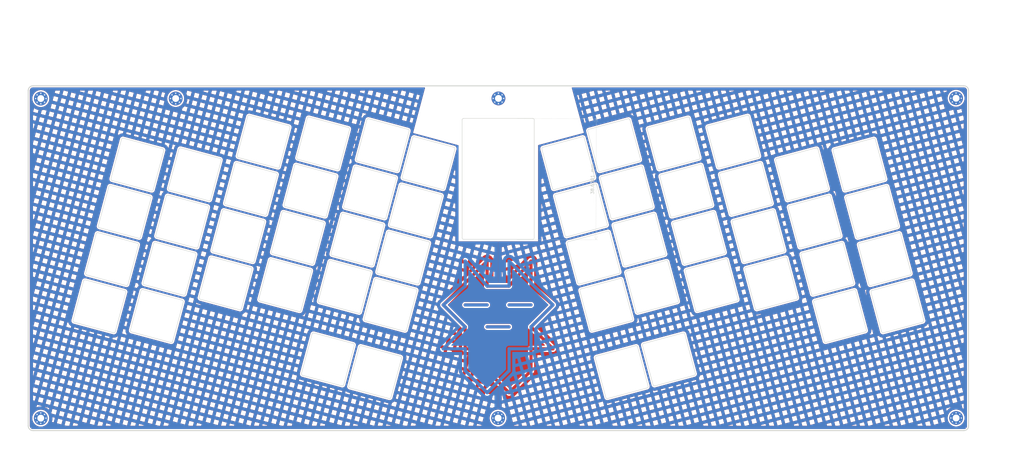
<source format=kicad_pcb>
(kicad_pcb (version 20220131) (generator pcbnew)
  (title_block (title "plate") (rev "v1.0.0") (company "Unknown"))
  (layers (0 "F.Cu" signal) (31 "B.Cu" signal) (34 "B.Paste" user) (35 "F.Paste" user) (36 "B.SilkS" user "B.Silkscreen") (37 "F.SilkS" user "F.Silkscreen") (38 "B.Mask" user) (39 "F.Mask" user) (44 "Edge.Cuts" user))
  (net 0 "")
  (footprint "MountingHole:MountingHole_2.2mm_M2_Pad_Via" (layer "F.Cu") (at 68.49 180.12)
    (fp_text reference "REF**" hide)
    (fp_text value "MountingHole_2.2mm_M2_Pad_Via")
    (pad "1" thru_hole circle (at -1.65 0) (size 0.7 0.7) (drill 0.4) (layers *.Cu *.Mask))
    (pad "1" thru_hole circle (at -1.166726 -1.166726) (size 0.7 0.7) (drill 0.4) (layers *.Cu *.Mask))
    (pad "1" thru_hole circle (at -1.166726 1.166726) (size 0.7 0.7) (drill 0.4) (layers *.Cu *.Mask))
    (pad "1" thru_hole circle (at 0 -1.65) (size 0.7 0.7) (drill 0.4) (layers *.Cu *.Mask))
    (pad "1" thru_hole circle (at 0 0) (size 4.4 4.4) (drill 2.2) (layers *.Cu *.Mask))
    (pad "1" thru_hole circle (at 0 1.65) (size 0.7 0.7) (drill 0.4) (layers *.Cu *.Mask))
    (pad "1" thru_hole circle (at 1.166726 -1.166726) (size 0.7 0.7) (drill 0.4) (layers *.Cu *.Mask))
    (pad "1" thru_hole circle (at 1.166726 1.166726) (size 0.7 0.7) (drill 0.4) (layers *.Cu *.Mask))
    (pad "1" thru_hole circle (at 1.65 0) (size 0.7 0.7) (drill 0.4) (layers *.Cu *.Mask))
  )
  (footprint "MountingHole:MountingHole_2.2mm_M2_Pad_Via" (layer "F.Cu") (at 111.54 78.14)
    (fp_text reference "REF**" hide)
    (fp_text value "MountingHole_2.2mm_M2_Pad_Via")
    (pad "1" thru_hole circle (at -1.65 0) (size 0.7 0.7) (drill 0.4) (layers *.Cu *.Mask))
    (pad "1" thru_hole circle (at -1.166726 -1.166726) (size 0.7 0.7) (drill 0.4) (layers *.Cu *.Mask))
    (pad "1" thru_hole circle (at -1.166726 1.166726) (size 0.7 0.7) (drill 0.4) (layers *.Cu *.Mask))
    (pad "1" thru_hole circle (at 0 -1.65) (size 0.7 0.7) (drill 0.4) (layers *.Cu *.Mask))
    (pad "1" thru_hole circle (at 0 0) (size 4.4 4.4) (drill 2.2) (layers *.Cu *.Mask))
    (pad "1" thru_hole circle (at 0 1.65) (size 0.7 0.7) (drill 0.4) (layers *.Cu *.Mask))
    (pad "1" thru_hole circle (at 1.166726 -1.166726) (size 0.7 0.7) (drill 0.4) (layers *.Cu *.Mask))
    (pad "1" thru_hole circle (at 1.166726 1.166726) (size 0.7 0.7) (drill 0.4) (layers *.Cu *.Mask))
    (pad "1" thru_hole circle (at 1.65 0) (size 0.7 0.7) (drill 0.4) (layers *.Cu *.Mask))
  )
  (footprint "MountingHole:MountingHole_2.2mm_M2_Pad_Via" (layer "F.Cu") (at 68.51 78.15)
    (fp_text reference "REF**" hide)
    (fp_text value "MountingHole_2.2mm_M2_Pad_Via")
    (pad "1" thru_hole circle (at -1.65 0) (size 0.7 0.7) (drill 0.4) (layers *.Cu *.Mask))
    (pad "1" thru_hole circle (at -1.166726 -1.166726) (size 0.7 0.7) (drill 0.4) (layers *.Cu *.Mask))
    (pad "1" thru_hole circle (at -1.166726 1.166726) (size 0.7 0.7) (drill 0.4) (layers *.Cu *.Mask))
    (pad "1" thru_hole circle (at 0 -1.65) (size 0.7 0.7) (drill 0.4) (layers *.Cu *.Mask))
    (pad "1" thru_hole circle (at 0 0) (size 4.4 4.4) (drill 2.2) (layers *.Cu *.Mask))
    (pad "1" thru_hole circle (at 0 1.65) (size 0.7 0.7) (drill 0.4) (layers *.Cu *.Mask))
    (pad "1" thru_hole circle (at 1.166726 -1.166726) (size 0.7 0.7) (drill 0.4) (layers *.Cu *.Mask))
    (pad "1" thru_hole circle (at 1.166726 1.166726) (size 0.7 0.7) (drill 0.4) (layers *.Cu *.Mask))
    (pad "1" thru_hole circle (at 1.65 0) (size 0.7 0.7) (drill 0.4) (layers *.Cu *.Mask))
  )
  (footprint "MountingHole:MountingHole_2.2mm_M2_Pad_Via" (layer "F.Cu") (at 214.4 180.09)
    (fp_text reference "REF**" hide)
    (fp_text value "MountingHole_2.2mm_M2_Pad_Via")
    (pad "1" thru_hole circle (at -1.65 0) (size 0.7 0.7) (drill 0.4) (layers *.Cu *.Mask))
    (pad "1" thru_hole circle (at -1.166726 -1.166726) (size 0.7 0.7) (drill 0.4) (layers *.Cu *.Mask))
    (pad "1" thru_hole circle (at -1.166726 1.166726) (size 0.7 0.7) (drill 0.4) (layers *.Cu *.Mask))
    (pad "1" thru_hole circle (at 0 -1.65) (size 0.7 0.7) (drill 0.4) (layers *.Cu *.Mask))
    (pad "1" thru_hole circle (at 0 0) (size 4.4 4.4) (drill 2.2) (layers *.Cu *.Mask))
    (pad "1" thru_hole circle (at 0 1.65) (size 0.7 0.7) (drill 0.4) (layers *.Cu *.Mask))
    (pad "1" thru_hole circle (at 1.166726 -1.166726) (size 0.7 0.7) (drill 0.4) (layers *.Cu *.Mask))
    (pad "1" thru_hole circle (at 1.166726 1.166726) (size 0.7 0.7) (drill 0.4) (layers *.Cu *.Mask))
    (pad "1" thru_hole circle (at 1.65 0) (size 0.7 0.7) (drill 0.4) (layers *.Cu *.Mask))
  )
  (footprint "MountingHole:MountingHole_2.2mm_M2_Pad_Via" (layer "F.Cu") (at 360.52 180.07)
    (fp_text reference "REF**" hide)
    (fp_text value "MountingHole_2.2mm_M2_Pad_Via")
    (pad "1" thru_hole circle (at -1.65 0) (size 0.7 0.7) (drill 0.4) (layers *.Cu *.Mask))
    (pad "1" thru_hole circle (at -1.166726 -1.166726) (size 0.7 0.7) (drill 0.4) (layers *.Cu *.Mask))
    (pad "1" thru_hole circle (at -1.166726 1.166726) (size 0.7 0.7) (drill 0.4) (layers *.Cu *.Mask))
    (pad "1" thru_hole circle (at 0 -1.65) (size 0.7 0.7) (drill 0.4) (layers *.Cu *.Mask))
    (pad "1" thru_hole circle (at 0 0) (size 4.4 4.4) (drill 2.2) (layers *.Cu *.Mask))
    (pad "1" thru_hole circle (at 0 1.65) (size 0.7 0.7) (drill 0.4) (layers *.Cu *.Mask))
    (pad "1" thru_hole circle (at 1.166726 -1.166726) (size 0.7 0.7) (drill 0.4) (layers *.Cu *.Mask))
    (pad "1" thru_hole circle (at 1.166726 1.166726) (size 0.7 0.7) (drill 0.4) (layers *.Cu *.Mask))
    (pad "1" thru_hole circle (at 1.65 0) (size 0.7 0.7) (drill 0.4) (layers *.Cu *.Mask))
  )
  (footprint "MountingHole:MountingHole_2.2mm_M2_Pad_Via" (layer "F.Cu") (at 214.51 78.11)
    (fp_text reference "REF**" hide)
    (fp_text value "MountingHole_2.2mm_M2_Pad_Via")
    (pad "1" thru_hole circle (at -1.65 0) (size 0.7 0.7) (drill 0.4) (layers *.Cu *.Mask))
    (pad "1" thru_hole circle (at -1.166726 -1.166726) (size 0.7 0.7) (drill 0.4) (layers *.Cu *.Mask))
    (pad "1" thru_hole circle (at -1.166726 1.166726) (size 0.7 0.7) (drill 0.4) (layers *.Cu *.Mask))
    (pad "1" thru_hole circle (at 0 -1.65) (size 0.7 0.7) (drill 0.4) (layers *.Cu *.Mask))
    (pad "1" thru_hole circle (at 0 0) (size 4.4 4.4) (drill 2.2) (layers *.Cu *.Mask))
    (pad "1" thru_hole circle (at 0 1.65) (size 0.7 0.7) (drill 0.4) (layers *.Cu *.Mask))
    (pad "1" thru_hole circle (at 1.166726 -1.166726) (size 0.7 0.7) (drill 0.4) (layers *.Cu *.Mask))
    (pad "1" thru_hole circle (at 1.166726 1.166726) (size 0.7 0.7) (drill 0.4) (layers *.Cu *.Mask))
    (pad "1" thru_hole circle (at 1.65 0) (size 0.7 0.7) (drill 0.4) (layers *.Cu *.Mask))
  )
  (footprint "MountingHole:MountingHole_2.2mm_M2_Pad_Via" (layer "F.Cu") (at 360.51 78.06)
    (fp_text reference "REF**" hide)
    (fp_text value "MountingHole_2.2mm_M2_Pad_Via")
    (pad "1" thru_hole circle (at -1.65 0) (size 0.7 0.7) (drill 0.4) (layers *.Cu *.Mask))
    (pad "1" thru_hole circle (at -1.166726 -1.166726) (size 0.7 0.7) (drill 0.4) (layers *.Cu *.Mask))
    (pad "1" thru_hole circle (at -1.166726 1.166726) (size 0.7 0.7) (drill 0.4) (layers *.Cu *.Mask))
    (pad "1" thru_hole circle (at 0 -1.65) (size 0.7 0.7) (drill 0.4) (layers *.Cu *.Mask))
    (pad "1" thru_hole circle (at 0 0) (size 4.4 4.4) (drill 2.2) (layers *.Cu *.Mask))
    (pad "1" thru_hole circle (at 0 1.65) (size 0.7 0.7) (drill 0.4) (layers *.Cu *.Mask))
    (pad "1" thru_hole circle (at 1.166726 -1.166726) (size 0.7 0.7) (drill 0.4) (layers *.Cu *.Mask))
    (pad "1" thru_hole circle (at 1.166726 1.166726) (size 0.7 0.7) (drill 0.4) (layers *.Cu *.Mask))
    (pad "1" thru_hole circle (at 1.65 0) (size 0.7 0.7) (drill 0.4) (layers *.Cu *.Mask))
  )
  (gr_line (start 210.9 164.99) (end 210.9 157.99) (stroke (width 1)) (layer "F.Cu"))
  (gr_line (start 217.9 171.99) (end 210.9 164.99) (stroke (width 1)) (layer "F.Cu"))
  (gr_line (start 224.9 137.99) (end 231.9 143.99) (stroke (width 1)) (layer "F.Cu"))
  (gr_line (start 210.9 150.99) (end 217.9 150.99) (stroke (width 1)) (layer "F.Cu"))
  (gr_line (start 217.9 137.99) (end 224.9 129.99) (stroke (width 1)) (layer "F.Cu"))
  (gr_line (start 203.9 143.99) (end 210.9 143.99) (stroke (width 1)) (layer "F.Cu"))
  (gr_line (start 217.9 143.99) (end 224.9 143.99) (stroke (width 1)) (layer "F.Cu"))
  (gr_line (start 231.9 157.99) (end 224.9 157.99) (stroke (width 1)) (layer "F.Cu"))
  (gr_line (start 231.9 143.99) (end 224.9 150.99) (stroke (width 1)) (layer "F.Cu"))
  (gr_line (start 210.9 129.99) (end 210.9 137.99) (stroke (width 1)) (layer "F.Cu"))
  (gr_line (start 210.9 137.99) (end 217.9 137.99) (stroke (width 1)) (layer "F.Cu"))
  (gr_line (start 203.9 157.99) (end 203.9 150.99) (stroke (width 1)) (layer "F.Cu"))
  (gr_line (start 210.9 157.99) (end 203.9 157.99) (stroke (width 1)) (layer "F.Cu"))
  (gr_line (start 224.9 164.99) (end 217.9 171.99) (stroke (width 1)) (layer "F.Cu"))
  (gr_line (start 196.9 143.99) (end 210.9 129.99) (stroke (width 1)) (layer "F.Cu"))
  (gr_line (start 224.9 157.99) (end 224.9 164.99) (stroke (width 1)) (layer "F.Cu"))
  (gr_line (start 203.9 150.99) (end 196.9 143.99) (stroke (width 1)) (layer "F.Cu"))
  (gr_line (start 224.9 150.99) (end 231.9 157.99) (stroke (width 1)) (layer "F.Cu"))
  (gr_line (start 224.9 129.99) (end 224.9 137.99) (stroke (width 1)) (layer "F.Cu"))
  (gr_line (start 224.9 157.99) (end 217.9 157.99) (stroke (width 1)) (layer "B.Cu"))
  (gr_line (start 231.9 143.99) (end 224.9 150.99) (stroke (width 1)) (layer "B.Cu"))
  (gr_line (start 217.9 137.99) (end 217.9 129.99) (stroke (width 1)) (layer "B.Cu"))
  (gr_line (start 196.9 157.99) (end 203.9 150.99) (stroke (width 1)) (layer "B.Cu"))
  (gr_line (start 203.9 129.99) (end 210.9 137.99) (stroke (width 1)) (layer "B.Cu"))
  (gr_line (start 217.9 137.99) (end 217.9 129.99) (stroke (width 1)) (layer "B.Cu"))
  (gr_line (start 210.9 150.99) (end 217.9 150.99) (stroke (width 1)) (layer "B.Cu"))
  (gr_line (start 210.9 143.99) (end 203.9 143.99) (stroke (width 1)) (layer "B.Cu"))
  (gr_line (start 210.9 171.99) (end 203.9 164.99) (stroke (width 1)) (layer "B.Cu"))
  (gr_line (start 196.9 143.99) (end 203.9 137.99) (stroke (width 1)) (layer "B.Cu"))
  (gr_line (start 210.9 137.99) (end 217.9 137.99) (stroke (width 1)) (layer "B.Cu"))
  (gr_line (start 224.9 150.99) (end 224.9 157.99) (stroke (width 1)) (layer "B.Cu"))
  (gr_line (start 203.9 137.99) (end 203.9 129.99) (stroke (width 1)) (layer "B.Cu"))
  (gr_line (start 217.9 129.99) (end 231.9 143.99) (stroke (width 1)) (layer "B.Cu"))
  (gr_line (start 217.9 157.99) (end 217.9 164.99) (stroke (width 1)) (layer "B.Cu"))
  (gr_line (start 203.9 150.99) (end 196.9 143.99) (stroke (width 1)) (layer "B.Cu"))
  (gr_line (start 217.9 164.99) (end 210.9 171.99) (stroke (width 1)) (layer "B.Cu"))
  (gr_line (start 203.9 164.99) (end 203.9 157.99) (stroke (width 1)) (layer "B.Cu"))
  (gr_line (start 217.9 143.99) (end 224.9 143.99) (stroke (width 1)) (layer "B.Cu"))
  (gr_line (start 203.9 157.99) (end 196.9 157.99) (stroke (width 1)) (layer "B.Cu"))
  (gr_arc (start 338.189681 105.8576) (mid 338.56909 105.90755) (end 338.802053 106.211152) (stroke (width 0.15)) (layer "Edge.Cuts"))
  (gr_arc (start 329.256112 122.745208) (mid 328.876702 122.695258) (end 328.643739 122.391655) (stroke (width 0.15)) (layer "Edge.Cuts"))
  (gr_arc (start 127.454121 112.053163) (mid 127.150518 111.8202) (end 127.100567 111.440791) (stroke (width 0.15)) (layer "Edge.Cuts"))
  (gr_line (start 249.364524 173.864521) (end 261.921559 170.499873) (stroke (width 0.15)) (layer "Edge.Cuts"))
  (gr_line (start 245.30166 105.382603) (end 232.744625 108.74725) (stroke (width 0.15)) (layer "Edge.Cuts"))
  (gr_arc (start 362.99934 74.09066) (mid 364.06 74.53) (end 364.49934 75.59066) (stroke (width 0.3)) (layer "Edge.Cuts"))
  (gr_arc (start 192.216477 123.815693) (mid 192.52008 124.048656) (end 192.570031 124.428065) (stroke (width 0.15)) (layer "Edge.Cuts"))
  (gr_line (start 346.204278 133.836631) (end 342.839631 121.279595) (stroke (width 0.15)) (layer "Edge.Cuts"))
  (gr_line (start 154.56143 132.593962) (end 142.004394 129.229314) (stroke (width 0.15)) (layer "Edge.Cuts"))
  (gr_line (start 236.368091 122.270212) (end 248.925127 118.905564) (stroke (width 0.15)) (layer "Edge.Cuts"))
  (gr_line (start 309.973266 141.577677) (end 306.608619 129.020641) (stroke (width 0.15)) (layer "Edge.Cuts"))
  (gr_arc (start 159.62549 115.626484) (mid 159.392527 115.930087) (end 159.013118 115.980038) (stroke (width 0.15)) (layer "Edge.Cuts"))
  (gr_arc (start 162.636584 102.457076) (mid 162.940187 102.690039) (end 162.990138 103.069448) (stroke (width 0.15)) (layer "Edge.Cuts"))
  (gr_arc (start 245.387504 160.953932) (mid 245.437454 160.574522) (end 245.741057 160.341559) (stroke (width 0.15)) (layer "Edge.Cuts"))
  (gr_line (start 286.933728 127.071461) (end 283.569081 114.514425) (stroke (width 0.15)) (layer "Edge.Cuts"))
  (gr_line (start 263.954747 114.723098) (end 251.397711 118.087746) (stroke (width 0.15)) (layer "Edge.Cuts"))
  (gr_line (start 319.008705 155.979876) (end 331.565741 152.615229) (stroke (width 0.15)) (layer "Edge.Cuts"))
  (gr_line (start 289.04808 117.575665) (end 292.412728 130.1327) (stroke (width 0.15)) (layer "Edge.Cuts"))
  (gr_arc (start 225.919005 122.556181) (mid 225.780606 122.920991) (end 225.42 123.07) (stroke (width 0.15)) (layer "Edge.Cuts"))
  (gr_arc (start 259.91717 99.654655) (mid 260.296579 99.704606) (end 260.529542 100.008209) (stroke (width 0.15)) (layer "Edge.Cuts"))
  (gr_arc (start 250.9836 116.542265) (mid 250.604191 116.492314) (end 250.371228 116.188711) (stroke (width 0.15)) (layer "Edge.Cuts"))
  (gr_line (start 136.585952 130.1327) (end 139.950599 117.575665) (stroke (width 0.15)) (layer "Edge.Cuts"))
  (gr_arc (start 262.275112 169.887502) (mid 262.225162 170.266911) (end 261.921559 170.499873) (stroke (width 0.15)) (layer "Edge.Cuts"))
  (gr_arc (start 342.166701 118.768188) (mid 342.116751 119.147598) (end 341.813148 119.380561) (stroke (width 0.15)) (layer "Edge.Cuts"))
  (gr_arc (start 179.04707 120.804598) (mid 179.280033 120.500996) (end 179.659442 120.451046) (stroke (width 0.15)) (layer "Edge.Cuts"))
  (gr_line (start 121.688595 112.320029) (end 109.131559 108.955381) (stroke (width 0.15)) (layer "Edge.Cuts"))
  (gr_arc (start 131.491697 96.984721) (mid 131.188094 96.751758) (end 131.138144 96.372348) (stroke (width 0.15)) (layer "Edge.Cuts"))
  (gr_arc (start 236.368091 122.270212) (mid 235.988682 122.220261) (end 235.755719 121.916658) (stroke (width 0.15)) (layer "Edge.Cuts"))
  (gr_line (start 127.454121 112.053163) (end 140.011157 115.417811) (stroke (width 0.15)) (layer "Edge.Cuts"))
  (gr_line (start 138.380928 142.752276) (end 150.937963 146.116923) (stroke (width 0.15)) (layer "Edge.Cuts"))
  (gr_arc (start 155.019771 153.292888) (mid 155.252734 152.989285) (end 155.632144 152.939335) (stroke (width 0.15)) (layer "Edge.Cuts"))
  (gr_arc (start 176.035976 133.974007) (mid 175.732373 133.741044) (end 175.682422 133.361635) (stroke (width 0.15)) (layer "Edge.Cuts"))
  (gr_line (start 172.506714 84.939766) (end 169.142067 97.496802) (stroke (width 0.15)) (layer "Edge.Cuts"))
  (gr_line (start 160.393983 130.145095) (end 157.029335 142.70213) (stroke (width 0.15)) (layer "Edge.Cuts"))
  (gr_line (start 169.49562 98.109174) (end 182.052656 101.473822) (stroke (width 0.15)) (layer "Edge.Cuts"))
  (gr_line (start 255.081735 133.768561) (end 258.446382 146.325597) (stroke (width 0.15)) (layer "Edge.Cuts"))
  (gr_line (start 290.971305 142.139904) (end 287.606658 129.582868) (stroke (width 0.15)) (layer "Edge.Cuts"))
  (gr_line (start 342.166701 118.768188) (end 338.802053 106.211152) (stroke (width 0.15)) (layer "Edge.Cuts"))
  (gr_line (start 250.983601 116.542265) (end 263.540636 113.177617) (stroke (width 0.15)) (layer "Edge.Cuts"))
  (gr_arc (start 228.353494 94.291179) (mid 228.403445 93.91177) (end 228.707048 93.678807) (stroke (width 0.15)) (layer "Edge.Cuts"))
  (gr_line (start 118.677501 125.489437) (end 122.042149 112.932401) (stroke (width 0.15)) (layer "Edge.Cuts"))
  (gr_arc (start 113.613442 142.456915) (mid 113.917044 142.689878) (end 113.966994 143.069287) (stroke (width 0.15)) (layer "Edge.Cuts"))
  (gr_line (start 140.623529 115.064257) (end 143.988176 102.507222) (stroke (width 0.15)) (layer "Edge.Cuts"))
  (gr_line (start 173.563391 133.156189) (end 161.006355 129.791541) (stroke (width 0.15)) (layer "Edge.Cuts"))
  (gr_line (start 277.343556 165.849924) (end 273.978908 153.292888) (stroke (width 0.15)) (layer "Edge.Cuts"))
  (gr_line (start 168.469137 100.008209) (end 165.10449 112.565245) (stroke (width 0.15)) (layer "Edge.Cuts"))
  (gr_arc (start 138.380928 142.752276) (mid 138.077325 142.519313) (end 138.027374 142.139904) (stroke (width 0.15)) (layer "Edge.Cuts"))
  (gr_arc (start 327.942274 139.092267) (mid 328.321684 139.142217) (end 328.554647 139.44582) (stroke (width 0.15)) (layer "Edge.Cuts"))
  (gr_line (start 183.257622 160.341559) (end 170.700586 156.976912) (stroke (width 0.15)) (layer "Edge.Cuts"))
  (gr_arc (start 278.060715 146.116923) (mid 277.681306 146.066973) (end 277.448344 145.76337) (stroke (width 0.15)) (layer "Edge.Cuts"))
  (gr_line (start 144.661106 99.995815) (end 148.025754 87.438779) (stroke (width 0.15)) (layer "Edge.Cuts"))
  (gr_arc (start 251.044158 118.700119) (mid 251.094108 118.320709) (end 251.397711 118.087746) (stroke (width 0.15)) (layer "Edge.Cuts"))
  (gr_arc (start 141.392022 129.582868) (mid 141.624985 129.279265) (end 142.004394 129.229314) (stroke (width 0.15)) (layer "Edge.Cuts"))
  (gr_arc (start 188.1789 138.884136) (mid 188.482503 139.117099) (end 188.532454 139.496508) (stroke (width 0.15)) (layer "Edge.Cuts"))
  (gr_line (start 329.256112 122.745208) (end 341.813148 119.380561) (stroke (width 0.15)) (layer "Edge.Cuts"))
  (gr_arc (start 79.110378 149.517446) (mid 78.806775 149.284483) (end 78.756824 148.905074) (stroke (width 0.15)) (layer "Edge.Cuts"))
  (gr_arc (start 149.467177 99.445982) (mid 149.700139 99.142379) (end 150.079548 99.092429) (stroke (width 0.15)) (layer "Edge.Cuts"))
  (gr_line (start 79.110378 149.517446) (end 91.667413 152.882094) (stroke (width 0.15)) (layer "Edge.Cuts"))
  (gr_arc (start 337.331265 152.882093) (mid 336.951856 152.832143) (end 336.718894 152.52854) (stroke (width 0.15)) (layer "Edge.Cuts"))
  (gr_arc (start 245.30166 105.382603) (mid 245.68107 105.432553) (end 245.914033 105.736156) (stroke (width 0.15)) (layer "Edge.Cuts"))
  (gr_arc (start 240.466225 139.496508) (mid 240.516176 139.117099) (end 240.819779 138.884136) (stroke (width 0.15)) (layer "Edge.Cuts"))
  (gr_line (start 94.234203 91.14271) (end 90.869556 103.699745) (stroke (width 0.15)) (layer "Edge.Cuts"))
  (gr_line (start 95.29088 139.359132) (end 82.733844 135.994485) (stroke (width 0.15)) (layer "Edge.Cuts"))
  (gr_line (start 159.62549 115.626484) (end 162.990138 103.069448) (stroke (width 0.15)) (layer "Edge.Cuts"))
  (gr_arc (start 97.432938 152.615229) (mid 97.129335 152.382266) (end 97.079385 152.002856) (stroke (width 0.15)) (layer "Edge.Cuts"))
  (gr_line (start 82.121472 136.348038) (end 78.756824 148.905074) (stroke (width 0.15)) (layer "Edge.Cuts"))
  (gr_arc (start 319.86712 108.955381) (mid 320.246529 109.005332) (end 320.479492 109.308935) (stroke (width 0.15)) (layer "Edge.Cuts"))
  (gr_line (start 166.674161 87.388633) (end 154.117125 84.023986) (stroke (width 0.15)) (layer "Edge.Cuts"))
  (gr_arc (start 310.994109 128.000844) (mid 311.044059 127.621435) (end 311.347661 127.388472) (stroke (width 0.15)) (layer "Edge.Cuts"))
  (gr_line (start 175.009492 135.873042) (end 171.644845 148.430078) (stroke (width 0.15)) (layer "Edge.Cuts"))
  (gr_arc (start 178.627451 116.188711) (mid 178.394488 116.492314) (end 178.015079 116.542265) (stroke (width 0.15)) (layer "Edge.Cuts"))
  (gr_line (start 259.058755 146.67915) (end 271.615791 143.314503) (stroke (width 0.15)) (layer "Edge.Cuts"))
  (gr_arc (start 117.651019 127.388471) (mid 117.954622 127.621434) (end 118.004572 128.000844) (stroke (width 0.15)) (layer "Edge.Cuts"))
  (gr_line (start 284.949946 100.349368) (end 297.506982 96.98472) (stroke (width 0.15)) (layer "Edge.Cuts"))
  (gr_arc (start 249.339238 120.451045) (mid 249.718647 120.500996) (end 249.95161 120.804599) (stroke (width 0.15)) (layer "Edge.Cuts"))
  (gr_line (start 109.54567 107.4099) (end 122.102706 110.774547) (stroke (width 0.15)) (layer "Edge.Cuts"))
  (gr_line (start 188.178901 138.884136) (end 175.621865 135.519488) (stroke (width 0.15)) (layer "Edge.Cuts"))
  (gr_line (start 225.42 123.07) (end 203.43 123.07) (stroke (width 0.15)) (layer "Edge.Cuts"))
  (gr_arc (start 136.585952 130.132701) (mid 136.352989 130.436304) (end 135.973579 130.486254) (stroke (width 0.15)) (layer "Edge.Cuts"))
  (gr_line (start 183.084647 105.736156) (end 179.719999 118.293192) (stroke (width 0.15)) (layer "Edge.Cuts"))
  (gr_line (start 150.493659 97.546947) (end 163.050695 100.911595) (stroke (width 0.15)) (layer "Edge.Cuts"))
  (gr_arc (start 260.455947 156.916355) (mid 260.505897 156.536945) (end 260.8095 156.303982) (stroke (width 0.15)) (layer "Edge.Cuts"))
  (gr_arc (start 157.382888 143.314503) (mid 157.079285 143.08154) (end 157.029335 142.70213) (stroke (width 0.15)) (layer "Edge.Cuts"))
  (gr_line (start 259.856613 97.496802) (end 256.491965 84.939766) (stroke (width 0.15)) (layer "Edge.Cuts"))
  (gr_line (start 130.465215 98.883755) (end 127.100567 111.440791) (stroke (width 0.15)) (layer "Edge.Cuts"))
  (gr_line (start 315.829543 93.886938) (end 303.272507 97.251586) (stroke (width 0.15)) (layer "Edge.Cuts"))
  (gr_line (start 170.088214 157.330465) (end 166.723567 169.887501) (stroke (width 0.15)) (layer "Edge.Cuts"))
  (gr_line (start 101.470516 137.546786) (end 114.027552 140.911433) (stroke (width 0.15)) (layer "Edge.Cuts"))
  (gr_arc (start 331.919294 152.002856) (mid 331.869344 152.382266) (end 331.565741 152.615229) (stroke (width 0.15)) (layer "Edge.Cuts"))
  (gr_line (start 179.047069 120.804599) (end 175.682422 133.361635) (stroke (width 0.15)) (layer "Edge.Cuts"))
  (gr_line (start 161.420466 128.24606) (end 173.977502 131.610707) (stroke (width 0.15)) (layer "Edge.Cuts"))
  (gr_arc (start 293.883515 83.46176) (mid 294.262924 83.51171) (end 294.495887 83.815312) (stroke (width 0.15)) (layer "Edge.Cuts"))
  (gr_arc (start 278.858574 96.934575) (mid 278.808623 97.313984) (end 278.50502 97.546947) (stroke (width 0.15)) (layer "Edge.Cuts"))
  (gr_line (start 86.159049 121.279595) (end 82.794401 133.836631) (stroke (width 0.15)) (layer "Edge.Cuts"))
  (gr_arc (start 329.316669 124.903062) (mid 329.366619 124.523652) (end 329.670222 124.290689) (stroke (width 0.15)) (layer "Edge.Cuts"))
  (gr_arc (start 64.50066 75.59066) (mid 64.94 74.53) (end 66.00066 74.09066) (stroke (width 0.3)) (layer "Edge.Cuts"))
  (gr_line (start 278.919131 99.092429) (end 266.362095 102.457076) (stroke (width 0.15)) (layer "Edge.Cuts"))
  (gr_line (start 134.502792 83.815312) (end 131.138144 96.372348) (stroke (width 0.15)) (layer "Edge.Cuts"))
  (gr_arc (start 87.185531 119.380561) (mid 86.881928 119.147598) (end 86.831978 118.768188) (stroke (width 0.15)) (layer "Edge.Cuts"))
  (gr_line (start 333.354246 139.971505) (end 336.718894 152.52854) (stroke (width 0.15)) (layer "Edge.Cuts"))
  (gr_line (start 282.956708 114.160871) (end 270.399672 117.525519) (stroke (width 0.15)) (layer "Edge.Cuts"))
  (gr_arc (start 110.602347 155.626322) (mid 110.369384 155.929925) (end 109.989975 155.979876) (stroke (width 0.15)) (layer "Edge.Cuts"))
  (gr_line (start 288.987523 115.417811) (end 301.544559 112.053163) (stroke (width 0.15)) (layer "Edge.Cuts"))
  (gr_arc (start 266.008542 103.069449) (mid 266.058492 102.690039) (end 266.362095 102.457076) (stroke (width 0.15)) (layer "Edge.Cuts"))
  (gr_line (start 334.152104 90.789156) (end 321.595068 94.153804) (stroke (width 0.15)) (layer "Edge.Cuts"))
  (gr_line (start 337.331266 152.882094) (end 349.888302 149.517446) (stroke (width 0.15)) (layer "Edge.Cuts"))
  (gr_arc (start 246.946023 101.473822) (mid 246.566614 101.423871) (end 246.333651 101.120268) (stroke (width 0.15)) (layer "Edge.Cuts"))
  (gr_arc (start 323.904697 124.023825) (mid 324.284106 124.073775) (end 324.517069 124.377377) (stroke (width 0.15)) (layer "Edge.Cuts"))
  (gr_line (start 90.196626 106.211152) (end 86.831978 118.768188) (stroke (width 0.15)) (layer "Edge.Cuts"))
  (gr_arc (start 325.218535 107.676765) (mid 324.839125 107.626815) (end 324.606162 107.323212) (stroke (width 0.15)) (layer "Edge.Cuts"))
  (gr_line (start 153.504753 84.377539) (end 150.140106 96.934575) (stroke (width 0.15)) (layer "Edge.Cuts"))
  (gr_arc (start 165.458043 113.177616) (mid 165.15444 112.944654) (end 165.10449 112.565245) (stroke (width 0.15)) (layer "Edge.Cuts"))
  (gr_line (start 278.060716 146.116923) (end 290.617752 142.752276) (stroke (width 0.15)) (layer "Edge.Cuts"))
  (gr_line (start 285.010503 102.507222) (end 288.37515 115.064257) (stroke (width 0.15)) (layer "Edge.Cuts"))
  (gr_line (start 255.021178 131.610707) (end 267.578214 128.24606) (stroke (width 0.15)) (layer "Edge.Cuts"))
  (gr_line (start 122.390061 129.020641) (end 119.025413 141.577677) (stroke (width 0.15)) (layer "Edge.Cuts"))
  (gr_arc (start 107.403611 94.153804) (mid 107.707214 94.386767) (end 107.757165 94.766176) (stroke (width 0.15)) (layer "Edge.Cuts"))
  (gr_line (start 314.971128 140.911433) (end 327.528164 137.546786) (stroke (width 0.15)) (layer "Edge.Cuts"))
  (gr_line (start 64.50066 75.59066) (end 64.50066 182.58934) (stroke (width 0.3)) (layer "Edge.Cuts"))
  (gr_arc (start 325.279093 109.834619) (mid 325.329043 109.45521) (end 325.632645 109.222247) (stroke (width 0.15)) (layer "Edge.Cuts"))
  (gr_line (start 152.008677 166.462296) (end 164.565713 169.826944) (stroke (width 0.15)) (layer "Edge.Cuts"))
  (gr_line (start 327.881717 136.934413) (end 324.517069 124.377377) (stroke (width 0.15)) (layer "Edge.Cuts"))
  (gr_line (start 253.376815 135.519488) (end 240.819779 138.884136) (stroke (width 0.15)) (layer "Edge.Cuts"))
  (gr_arc (start 197.280538 106.848216) (mid 197.047575 107.151819) (end 196.668165 107.201769) (stroke (width 0.15)) (layer "Edge.Cuts"))
  (gr_arc (start 145.429599 114.514425) (mid 145.662562 114.210822) (end 146.041971 114.160871) (stroke (width 0.15)) (layer "Edge.Cuts"))
  (gr_line (start 310.994108 128.000844) (end 314.358755 140.55788) (stroke (width 0.15)) (layer "Edge.Cuts"))
  (gr_arc (start 297.062677 145.554697) (mid 296.683268 145.504746) (end 296.450305 145.201143) (stroke (width 0.15)) (layer "Edge.Cuts"))
  (gr_arc (start 284.949946 100.349368) (mid 284.570536 100.299418) (end 284.337573 99.995815) (stroke (width 0.15)) (layer "Edge.Cuts"))
  (gr_line (start 157.382889 143.314503) (end 169.939925 146.67915) (stroke (width 0.15)) (layer "Edge.Cuts"))
  (gr_line (start 286.994285 129.229314) (end 274.437249 132.593962) (stroke (width 0.15)) (layer "Edge.Cuts"))
  (gr_arc (start 342.227258 120.926042) (mid 342.606668 120.975992) (end 342.839631 121.279595) (stroke (width 0.15)) (layer "Edge.Cuts"))
  (gr_arc (start 301.958669 113.598645) (mid 302.338079 113.648595) (end 302.571042 113.952198) (stroke (width 0.15)) (layer "Edge.Cuts"))
  (gr_line (start 242.969004 88.563232) (end 246.333651 101.120268) (stroke (width 0.15)) (layer "Edge.Cuts"))
  (gr_arc (start 297.860534 96.372348) (mid 297.810584 96.751757) (end 297.506982 96.98472) (stroke (width 0.15)) (layer "Edge.Cuts"))
  (gr_line (start 269.985562 115.980038) (end 282.542598 112.61539) (stroke (width 0.15)) (layer "Edge.Cuts"))
  (gr_line (start 240.405668 137.338655) (end 252.962704 133.974007) (stroke (width 0.15)) (layer "Edge.Cuts"))
  (gr_arc (start 154.561429 132.593962) (mid 154.865032 132.826925) (end 154.914983 133.206334) (stroke (width 0.15)) (layer "Edge.Cuts"))
  (gr_line (start 97.432939 152.615229) (end 109.989975 155.979876) (stroke (width 0.15)) (layer "Edge.Cuts"))
  (gr_arc (start 257.353835 148.430078) (mid 257.303884 148.809487) (end 257.000281 149.04245) (stroke (width 0.15)) (layer "Edge.Cuts"))
  (gr_arc (start 264.432966 169.826944) (mid 264.053557 169.776993) (end 263.820594 169.47339) (stroke (width 0.15)) (layer "Edge.Cuts"))
  (gr_arc (start 333.293689 137.813651) (mid 332.914279 137.763701) (end 332.681316 137.460098) (stroke (width 0.15)) (layer "Edge.Cuts"))
  (gr_line (start 185.676122 87.95086) (end 173.119087 84.586213) (stroke (width 0.15)) (layer "Edge.Cuts"))
  (gr_line (start 117.651018 127.388472) (end 105.093982 124.023824) (stroke (width 0.15)) (layer "Edge.Cuts"))
  (gr_line (start 329.316669 124.903062) (end 332.681316 137.460098) (stroke (width 0.15)) (layer "Edge.Cuts"))
  (gr_line (start 321.241515 94.766176) (end 324.606162 107.323212) (stroke (width 0.15)) (layer "Edge.Cuts"))
  (gr_line (start 327.942274 139.092267) (end 315.385238 142.456914) (stroke (width 0.15)) (layer "Edge.Cuts"))
  (gr_arc (start 170.088214 157.330466) (mid 170.321177 157.026863) (end 170.700586 156.976912) (stroke (width 0.15)) (layer "Edge.Cuts"))
  (gr_line (start 197.280538 106.848216) (end 200.645185 94.29118) (stroke (width 0.15)) (layer "Edge.Cuts"))
  (gr_line (start 264.432967 169.826944) (end 276.990002 166.462296) (stroke (width 0.15)) (layer "Edge.Cuts"))
  (gr_arc (start 255.021178 131.610707) (mid 254.641768 131.560757) (end 254.408805 131.257154) (stroke (width 0.15)) (layer "Edge.Cuts"))
  (gr_line (start 362.99934 74.09066) (end 66.00066 74.09066) (stroke (width 0.3)) (layer "Edge.Cuts"))
  (gr_arc (start 274.881553 84.023986) (mid 275.260963 84.073936) (end 275.493926 84.377539) (stroke (width 0.15)) (layer "Edge.Cuts"))
  (gr_arc (start 282.896151 112.003017) (mid 282.846201 112.382427) (end 282.542598 112.61539) (stroke (width 0.15)) (layer "Edge.Cuts"))
  (gr_arc (start 270.046119 118.137892) (mid 270.096069 117.758482) (end 270.399672 117.525519) (stroke (width 0.15)) (layer "Edge.Cuts"))
  (gr_line (start 99.328457 124.290689) (end 86.771421 120.926042) (stroke (width 0.15)) (layer "Edge.Cuts"))
  (gr_arc (start 193.242961 121.916659) (mid 193.009998 122.220262) (end 192.630588 122.270212) (stroke (width 0.15)) (layer "Edge.Cuts"))
  (gr_line (start 255.879593 84.586213) (end 243.322557 87.95086) (stroke (width 0.15)) (layer "Edge.Cuts"))
  (gr_line (start 112.556764 94.240492) (end 109.192117 106.797527) (stroke (width 0.15)) (layer "Edge.Cuts"))
  (gr_line (start 325.218535 107.676765) (end 337.77557 104.312118) (stroke (width 0.15)) (layer "Edge.Cuts"))
  (gr_arc (start 305.935689 126.509233) (mid 305.885739 126.888643) (end 305.582136 127.121606) (stroke (width 0.15)) (layer "Edge.Cuts"))
  (gr_arc (start 236.428648 124.428065) (mid 236.478599 124.048656) (end 236.782202 123.815693) (stroke (width 0.15)) (layer "Edge.Cuts"))
  (gr_line (start 107.403611 94.153804) (end 94.846575 90.789156) (stroke (width 0.15)) (layer "Edge.Cuts"))
  (gr_line (start 245.387504 160.953932) (end 248.752151 173.510968) (stroke (width 0.15)) (layer "Edge.Cuts"))
  (gr_line (start 110.602347 155.626323) (end 113.966994 143.069287) (stroke (width 0.15)) (layer "Edge.Cuts"))
  (gr_arc (start 187.122224 90.667714) (mid 187.355187 90.364111) (end 187.734596 90.31416) (stroke (width 0.15)) (layer "Edge.Cuts"))
  (gr_arc (start 125.726172 97.251586) (mid 126.029775 97.484549) (end 126.079726 97.863958) (stroke (width 0.15)) (layer "Edge.Cuts"))
  (gr_arc (start 196.254055 108.74725) (mid 196.557658 108.980213) (end 196.607608 109.359623) (stroke (width 0.15)) (layer "Edge.Cuts"))
  (gr_line (start 105.508093 122.478343) (end 118.065129 125.84299) (stroke (width 0.15)) (layer "Edge.Cuts"))
  (gr_line (start 274.023139 131.048481) (end 286.580175 127.683833) (stroke (width 0.15)) (layer "Edge.Cuts"))
  (gr_line (start 104.48161 124.377377) (end 101.116962 136.934413) (stroke (width 0.15)) (layer "Edge.Cuts"))
  (gr_line (start 202.918267 84.970901) (end 202.92 122.57) (stroke (width 0.15)) (layer "Edge.Cuts"))
  (gr_line (start 225.446181 84.498077) (end 203.38 84.498077) (stroke (width 0.15)) (layer "Edge.Cuts"))
  (gr_arc (start 245.241102 103.224749) (mid 245.191152 103.604158) (end 244.88755 103.837121) (stroke (width 0.15)) (layer "Edge.Cuts"))
  (gr_arc (start 338.129124 103.699746) (mid 338.079173 104.079155) (end 337.77557 104.312118) (stroke (width 0.15)) (layer "Edge.Cuts"))
  (gr_line (start 114.639924 140.55788) (end 118.004572 128.000844) (stroke (width 0.15)) (layer "Edge.Cuts"))
  (gr_arc (start 364.49868 182.58868) (mid 364.05934 183.64934) (end 362.99868 184.08868) (stroke (width 0.3)) (layer "Edge.Cuts"))
  (gr_line (start 267.931767 127.633687) (end 264.567119 115.076652) (stroke (width 0.15)) (layer "Edge.Cuts"))
  (gr_line (start 164.43156 115.076652) (end 161.066912 127.633687) (stroke (width 0.15)) (layer "Edge.Cuts"))
  (gr_line (start 245.241103 103.224749) (end 241.876456 90.667713) (stroke (width 0.15)) (layer "Edge.Cuts"))
  (gr_line (start 301.898112 111.440791) (end 298.533465 98.883755) (stroke (width 0.15)) (layer "Edge.Cuts"))
  (gr_arc (start 269.985561 115.980038) (mid 269.606152 115.930087) (end 269.373189 115.626484) (stroke (width 0.15)) (layer "Edge.Cuts"))
  (gr_line (start 301.958669 113.598645) (end 289.401633 116.963292) (stroke (width 0.15)) (layer "Edge.Cuts"))
  (gr_line (start 232.391071 109.359623) (end 235.755719 121.916658) (stroke (width 0.15)) (layer "Edge.Cuts"))
  (gr_line (start 165.458043 113.177617) (end 178.015079 116.542265) (stroke (width 0.15)) (layer "Edge.Cuts"))
  (gr_arc (start 258.298092 156.976912) (mid 258.677502 157.026862) (end 258.910465 157.330465) (stroke (width 0.15)) (layer "Edge.Cuts"))
  (gr_arc (start 82.121472 136.348039) (mid 82.354435 136.044436) (end 82.733844 135.994485) (stroke (width 0.15)) (layer "Edge.Cuts"))
  (gr_arc (start 105.508092 122.478342) (mid 105.20449 122.245379) (end 105.15454 121.86597) (stroke (width 0.15)) (layer "Edge.Cuts"))
  (gr_line (start 143.634623 101.894849) (end 131.077587 98.530202) (stroke (width 0.15)) (layer "Edge.Cuts"))
  (gr_arc (start 280.972926 87.438779) (mid 281.022876 87.059369) (end 281.326479 86.826406) (stroke (width 0.15)) (layer "Edge.Cuts"))
  (gr_arc (start 319.806563 106.797528) (mid 319.756612 107.176937) (end 319.453009 107.4099) (stroke (width 0.15)) (layer "Edge.Cuts"))
  (gr_arc (start 123.416544 127.121606) (mid 123.112941 126.888643) (end 123.06299 126.509234) (stroke (width 0.15)) (layer "Edge.Cuts"))
  (gr_arc (start 104.48161 124.377378) (mid 104.714573 124.073775) (end 105.093982 124.023824) (stroke (width 0.15)) (layer "Edge.Cuts"))
  (gr_arc (start 314.971128 140.911433) (mid 314.591718 140.861483) (end 314.358755 140.55788) (stroke (width 0.15)) (layer "Edge.Cuts"))
  (gr_arc (start 323.84414 121.865971) (mid 323.794189 122.24538) (end 323.490586 122.478343) (stroke (width 0.15)) (layer "Edge.Cuts"))
  (gr_arc (start 321.241515 94.766177) (mid 321.291465 94.386767) (end 321.595068 94.153804) (stroke (width 0.15)) (layer "Edge.Cuts"))
  (gr_arc (start 91.223108 104.312117) (mid 90.919506 104.079154) (end 90.869556 103.699745) (stroke (width 0.15)) (layer "Edge.Cuts"))
  (gr_line (start 259.91717 99.654655) (end 247.360134 103.019303) (stroke (width 0.15)) (layer "Edge.Cuts"))
  (gr_line (start 323.84414 121.86597) (end 320.479492 109.308935) (stroke (width 0.15)) (layer "Edge.Cuts"))
  (gr_line (start 338.129124 103.699745) (end 334.764476 91.14271) (stroke (width 0.15)) (layer "Edge.Cuts"))
  (gr_line (start 167.07712 170.499873) (end 179.634156 173.864521) (stroke (width 0.15)) (layer "Edge.Cuts"))
  (gr_line (start 196.254055 108.74725) (end 183.697019 105.382603) (stroke (width 0.15)) (layer "Edge.Cuts"))
  (gr_arc (start 297.921092 98.530202) (mid 298.300502 98.580152) (end 298.533465 98.883755) (stroke (width 0.15)) (layer "Edge.Cuts"))
  (gr_arc (start 180.246528 173.510967) (mid 180.013565 173.81457) (end 179.634156 173.864521) (stroke (width 0.15)) (layer "Edge.Cuts"))
  (gr_line (start 249.27868 118.293192) (end 245.914033 105.736156) (stroke (width 0.15)) (layer "Edge.Cuts"))
  (gr_line (start 236.428648 124.428065) (end 239.793296 136.985101) (stroke (width 0.15)) (layer "Edge.Cuts"))
  (gr_line (start 200.291632 93.678807) (end 187.734596 90.31416) (stroke (width 0.15)) (layer "Edge.Cuts"))
  (gr_arc (start 202.918267 84.970901) (mid 203.046495 84.634258) (end 203.38 84.498077) (stroke (width 0.15)) (layer "Edge.Cuts"))
  (gr_arc (start 90.196626 106.211153) (mid 90.429589 105.90755) (end 90.808998 105.857599) (stroke (width 0.15)) (layer "Edge.Cuts"))
  (gr_line (start 180.246528 173.510968) (end 183.611176 160.953932) (stroke (width 0.15)) (layer "Edge.Cuts"))
  (gr_arc (start 293.025099 130.486253) (mid 292.64569 130.436303) (end 292.412728 130.1327) (stroke (width 0.15)) (layer "Edge.Cuts"))
  (gr_line (start 315.031685 143.069287) (end 318.396332 155.626323) (stroke (width 0.15)) (layer "Edge.Cuts"))
  (gr_line (start 293.085657 132.644107) (end 296.450305 145.201143) (stroke (width 0.15)) (layer "Edge.Cuts"))
  (gr_arc (start 247.006581 103.631676) (mid 247.056531 103.252266) (end 247.360134 103.019303) (stroke (width 0.15)) (layer "Edge.Cuts"))
  (gr_arc (start 99.328458 124.29069) (mid 99.63206 124.523653) (end 99.68201 124.903062) (stroke (width 0.15)) (layer "Edge.Cuts"))
  (gr_line (start 323.904697 124.023824) (end 311.347661 127.388472) (stroke (width 0.15)) (layer "Edge.Cuts"))
  (gr_line (start 96.317363 137.460098) (end 99.68201 124.903062) (stroke (width 0.15)) (layer "Edge.Cuts"))
  (gr_arc (start 241.264083 90.31416) (mid 241.643493 90.36411) (end 241.876456 90.667713) (stroke (width 0.15)) (layer "Edge.Cuts"))
  (gr_arc (start 319.008705 155.979876) (mid 318.629295 155.929926) (end 318.396332 155.626323) (stroke (width 0.15)) (layer "Edge.Cuts"))
  (gr_arc (start 160.393983 130.145095) (mid 160.626946 129.841492) (end 161.006355 129.791541) (stroke (width 0.15)) (layer "Edge.Cuts"))
  (gr_arc (start 263.954748 114.723099) (mid 264.334157 114.773049) (end 264.567119 115.076652) (stroke (width 0.15)) (layer "Edge.Cuts"))
  (gr_arc (start 143.634624 101.89485) (mid 143.938226 102.127813) (end 143.988176 102.507222) (stroke (width 0.15)) (layer "Edge.Cuts"))
  (gr_arc (start 146.456082 112.61539) (mid 146.152479 112.382427) (end 146.102528 112.003018) (stroke (width 0.15)) (layer "Edge.Cuts"))
  (gr_line (start 132.548375 145.201143) (end 135.913022 132.644107) (stroke (width 0.15)) (layer "Edge.Cuts"))
  (gr_line (start 119.378966 142.190049) (end 131.936002 145.554697) (stroke (width 0.15)) (layer "Edge.Cuts"))
  (gr_arc (start 104.392517 107.323211) (mid 104.159554 107.626814) (end 103.780145 107.676765) (stroke (width 0.15)) (layer "Edge.Cuts"))
  (gr_arc (start 175.009492 135.873041) (mid 175.242455 135.569438) (end 175.621865 135.519488) (stroke (width 0.15)) (layer "Edge.Cuts"))
  (gr_line (start 267.992324 129.791541) (end 255.435288 133.156189) (stroke (width 0.15)) (layer "Edge.Cuts"))
  (gr_arc (start 177.600968 118.087746) (mid 177.904571 118.320709) (end 177.954522 118.700118) (stroke (width 0.15)) (layer "Edge.Cuts"))
  (gr_line (start 265.947985 100.911595) (end 278.50502 97.546947) (stroke (width 0.15)) (layer "Edge.Cuts"))
  (gr_arc (start 112.556764 94.240491) (mid 112.789727 93.936888) (end 113.169137 93.886938) (stroke (width 0.15)) (layer "Edge.Cuts"))
  (gr_arc (start 302.918954 97.863959) (mid 302.968904 97.484549) (end 303.272507 97.251586) (stroke (width 0.15)) (layer "Edge.Cuts"))
  (gr_arc (start 265.947984 100.911595) (mid 265.568575 100.861644) (end 265.335612 100.558041) (stroke (width 0.15)) (layer "Edge.Cuts"))
  (gr_arc (start 103.366035 109.222246) (mid 103.669638 109.455209) (end 103.719588 109.834619) (stroke (width 0.15)) (layer "Edge.Cuts"))
  (gr_line (start 151.550336 145.76337) (end 154.914983 133.206334) (stroke (width 0.15)) (layer "Edge.Cuts"))
  (gr_arc (start 225.446181 84.498077) (mid 225.79731 84.641684) (end 225.919005 85.000995) (stroke (width 0.15)) (layer "Edge.Cuts"))
  (gr_arc (start 100.444033 139.445821) (mid 100.676996 139.142218) (end 101.056405 139.092267) (stroke (width 0.15)) (layer "Edge.Cuts"))
  (gr_arc (start 333.354246 139.971505) (mid 333.404196 139.592095) (end 333.707799 139.359132) (stroke (width 0.15)) (layer "Edge.Cuts"))
  (gr_line (start 240.466225 139.496508) (end 243.830873 152.053544) (stroke (width 0.15)) (layer "Edge.Cuts"))
  (gr_arc (start 255.081735 133.768562) (mid 255.131685 133.389152) (end 255.435288 133.156189) (stroke (width 0.15)) (layer "Edge.Cuts"))
  (gr_line (start 146.456082 112.61539) (end 159.013118 115.980038) (stroke (width 0.15)) (layer "Edge.Cuts"))
  (gr_line (start 104.392517 107.323212) (end 107.757165 94.766176) (stroke (width 0.15)) (layer "Edge.Cuts"))
  (gr_line (start 274.881554 84.023986) (end 262.324518 87.388633) (stroke (width 0.15)) (layer "Edge.Cuts"))
  (gr_arc (start 185.167807 152.053545) (mid 184.934844 152.357148) (end 184.555434 152.407098) (stroke (width 0.15)) (layer "Edge.Cuts"))
  (gr_arc (start 278.919132 99.092429) (mid 279.298541 99.142379) (end 279.531503 99.445982) (stroke (width 0.15)) (layer "Edge.Cuts"))
  (gr_arc (start 259.058755 146.67915) (mid 258.679345 146.6292) (end 258.446382 146.325597) (stroke (width 0.15)) (layer "Edge.Cuts"))
  (gr_arc (start 261.970965 88.001006) (mid 262.020915 87.621596) (end 262.324518 87.388633) (stroke (width 0.15)) (layer "Edge.Cuts"))
  (gr_line (start 192.216478 123.815693) (end 179.659442 120.451046) (stroke (width 0.15)) (layer "Edge.Cuts"))
  (gr_arc (start 109.54567 107.4099) (mid 109.242067 107.176937) (end 109.192117 106.797527) (stroke (width 0.15)) (layer "Edge.Cuts"))
  (gr_line (start 261.970965 88.001006) (end 265.335612 100.558041) (stroke (width 0.15)) (layer "Edge.Cuts"))
  (gr_arc (start 114.639924 140.557879) (mid 114.406961 140.861482) (end 114.027552 140.911433) (stroke (width 0.15)) (layer "Edge.Cuts"))
  (gr_arc (start 139.597046 116.963292) (mid 139.900649 117.196255) (end 139.950599 117.575665) (stroke (width 0.15)) (layer "Edge.Cuts"))
  (gr_arc (start 327.881717 136.934413) (mid 327.831767 137.313823) (end 327.528164 137.546786) (stroke (width 0.15)) (layer "Edge.Cuts"))
  (gr_line (start 280.972926 87.438779) (end 284.337573 99.995815) (stroke (width 0.15)) (layer "Edge.Cuts"))
  (gr_line (start 253.316257 133.361635) (end 249.95161 120.804599) (stroke (width 0.15)) (layer "Edge.Cuts"))
  (gr_line (start 163.663067 100.558041) (end 167.027715 88.001006) (stroke (width 0.15)) (layer "Edge.Cuts"))
  (gr_arc (start 66.00066 184.08934) (mid 64.94 183.65) (end 64.50066 182.58934) (stroke (width 0.3)) (layer "Edge.Cuts"))
  (gr_line (start 306.895974 110.774547) (end 319.453009 107.4099) (stroke (width 0.15)) (layer "Edge.Cuts"))
  (gr_line (start 225.919005 85.000995) (end 225.919005 122.556181) (stroke (width 0.15)) (layer "Edge.Cuts"))
  (gr_arc (start 274.083696 133.206335) (mid 274.133646 132.826925) (end 274.437249 132.593962) (stroke (width 0.15)) (layer "Edge.Cuts"))
  (gr_arc (start 253.376815 135.519488) (mid 253.756224 135.569439) (end 253.989187 135.873042) (stroke (width 0.15)) (layer "Edge.Cuts"))
  (gr_arc (start 158.599007 117.52552) (mid 158.90261 117.758482) (end 158.95256 118.137891) (stroke (width 0.15)) (layer "Edge.Cuts"))
  (gr_arc (start 240.405668 137.338655) (mid 240.026259 137.288704) (end 239.793296 136.985101) (stroke (width 0.15)) (layer "Edge.Cuts"))
  (gr_line (start 145.429599 114.514425) (end 142.064951 127.071461) (stroke (width 0.15)) (layer "Edge.Cuts"))
  (gr_line (start 274.083696 133.206334) (end 277.448344 145.76337) (stroke (width 0.15)) (layer "Edge.Cuts"))
  (gr_arc (start 189.205384 136.985102) (mid 188.972421 137.288705) (end 188.593011 137.338655) (stroke (width 0.15)) (layer "Edge.Cuts"))
  (gr_arc (start 255.879593 84.586212) (mid 256.259002 84.636163) (end 256.491965 84.939766) (stroke (width 0.15)) (layer "Edge.Cuts"))
  (gr_arc (start 277.343556 165.849924) (mid 277.293605 166.229333) (end 276.990002 166.462296) (stroke (width 0.15)) (layer "Edge.Cuts"))
  (gr_arc (start 259.856613 97.496802) (mid 259.806662 97.876211) (end 259.503059 98.109174) (stroke (width 0.15)) (layer "Edge.Cuts"))
  (gr_line (start 113.613441 142.456914) (end 101.056405 139.092267) (stroke (width 0.15)) (layer "Edge.Cuts"))
  (gr_line (start 171.998398 149.04245) (end 184.555434 152.407098) (stroke (width 0.15)) (layer "Edge.Cuts"))
  (gr_arc (start 346.264835 135.994485) (mid 346.644245 136.044435) (end 346.877208 136.348038) (stroke (width 0.15)) (layer "Edge.Cuts"))
  (gr_arc (start 232.330515 107.201769) (mid 231.951105 107.151819) (end 231.718142 106.848216) (stroke (width 0.15)) (layer "Edge.Cuts"))
  (gr_line (start 241.264083 90.31416) (end 228.707048 93.678807) (stroke (width 0.15)) (layer "Edge.Cuts"))
  (gr_line (start 155.019771 153.292888) (end 151.655124 165.849924) (stroke (width 0.15)) (layer "Edge.Cuts"))
  (gr_line (start 162.636584 102.457076) (end 150.079548 99.092429) (stroke (width 0.15)) (layer "Edge.Cuts"))
  (gr_arc (start 253.316258 133.361635) (mid 253.266307 133.741044) (end 252.962704 133.974007) (stroke (width 0.15)) (layer "Edge.Cuts"))
  (gr_arc (start 171.998399 149.04245) (mid 171.694796 148.809487) (end 171.644845 148.430078) (stroke (width 0.15)) (layer "Edge.Cuts"))
  (gr_arc (start 135.559468 132.031735) (mid 135.863071 132.264698) (end 135.913022 132.644107) (stroke (width 0.15)) (layer "Edge.Cuts"))
  (gr_line (start 66.00066 184.08934) (end 362.99868 184.08868) (stroke (width 0.3)) (layer "Edge.Cuts"))
  (gr_line (start 260.455947 156.916355) (end 263.820594 169.47339) (stroke (width 0.15)) (layer "Edge.Cuts"))
  (gr_line (start 266.008542 103.069448) (end 269.373189 115.626484) (stroke (width 0.15)) (layer "Edge.Cuts"))
  (gr_arc (start 203.43 123.07) (mid 203.066181 122.930995) (end 202.92 122.57) (stroke (width 0.15)) (layer "Edge.Cuts"))
  (gr_arc (start 151.550335 145.763371) (mid 151.317372 146.066973) (end 150.937963 146.116923) (stroke (width 0.15)) (layer "Edge.Cuts"))
  (gr_line (start 189.205384 136.985101) (end 192.570031 124.428065) (stroke (width 0.15)) (layer "Edge.Cuts"))
  (gr_arc (start 185.676122 87.95086) (mid 185.979725 88.183823) (end 186.029676 88.563232) (stroke (width 0.15)) (layer "Edge.Cuts"))
  (gr_arc (start 285.010503 102.507222) (mid 285.060453 102.127812) (end 285.364056 101.894849) (stroke (width 0.15)) (layer "Edge.Cuts"))
  (gr_arc (start 126.427638 113.952199) (mid 126.660601 113.648596) (end 127.04001 113.598645) (stroke (width 0.15)) (layer "Edge.Cuts"))
  (gr_line (start 364.49868 182.58868) (end 364.49934 75.59066) (stroke (width 0.3)) (layer "Edge.Cuts"))
  (gr_line (start 263.89419 112.565245) (end 260.529542 100.008209) (stroke (width 0.15)) (layer "Edge.Cuts"))
  (gr_line (start 180.073552 118.905564) (end 192.630588 122.270212) (stroke (width 0.15)) (layer "Edge.Cuts"))
  (gr_arc (start 100.35494 122.391654) (mid 100.121977 122.695257) (end 99.742568 122.745208) (stroke (width 0.15)) (layer "Edge.Cuts"))
  (gr_arc (start 152.008678 166.462296) (mid 151.705075 166.229333) (end 151.655124 165.849924) (stroke (width 0.15)) (layer "Edge.Cuts"))
  (gr_arc (start 183.084646 105.736156) (mid 183.317609 105.432553) (end 183.697019 105.382603) (stroke (width 0.15)) (layer "Edge.Cuts"))
  (gr_arc (start 172.506715 84.939765) (mid 172.739678 84.636163) (end 173.119087 84.586213) (stroke (width 0.15)) (layer "Edge.Cuts"))
  (gr_line (start 246.946024 101.473822) (end 259.503059 98.109174) (stroke (width 0.15)) (layer "Edge.Cuts"))
  (gr_line (start 310.933551 125.84299) (end 323.490586 122.478343) (stroke (width 0.15)) (layer "Edge.Cuts"))
  (gr_line (start 262.275113 169.887501) (end 258.910465 157.330465) (stroke (width 0.15)) (layer "Edge.Cuts"))
  (gr_line (start 83.147955 134.449003) (end 95.704991 137.813651) (stroke (width 0.15)) (layer "Edge.Cuts"))
  (gr_arc (start 140.623529 115.064257) (mid 140.390566 115.36786) (end 140.011157 115.417811) (stroke (width 0.15)) (layer "Edge.Cuts"))
  (gr_line (start 319.86712 108.955381) (end 307.310084 112.320029) (stroke (width 0.15)) (layer "Edge.Cuts"))
  (gr_arc (start 118.677501 125.489436) (mid 118.444538 125.793039) (end 118.065129 125.84299) (stroke (width 0.15)) (layer "Edge.Cuts"))
  (gr_arc (start 290.971305 142.139903) (mid 290.921355 142.519313) (end 290.617752 142.752276) (stroke (width 0.15)) (layer "Edge.Cuts"))
  (gr_line (start 100.444033 139.44582) (end 97.079385 152.002856) (stroke (width 0.15)) (layer "Edge.Cuts"))
  (gr_arc (start 350.241855 148.905073) (mid 350.191905 149.284483) (end 349.888302 149.517446) (stroke (width 0.15)) (layer "Edge.Cuts"))
  (gr_line (start 258.298093 156.976912) (end 245.741057 160.341559) (stroke (width 0.15)) (layer "Edge.Cuts"))
  (gr_line (start 147.6722 86.826406) (end 135.115164 83.461759) (stroke (width 0.15)) (layer "Edge.Cuts"))
  (gr_arc (start 153.504753 84.37754) (mid 153.737716 84.073937) (end 154.117125 84.023986) (stroke (width 0.15)) (layer "Edge.Cuts"))
  (gr_arc (start 274.023138 131.048481) (mid 273.643729 130.99853) (end 273.410766 130.694927) (stroke (width 0.15)) (layer "Edge.Cuts"))
  (gr_arc (start 167.077119 170.499873) (mid 166.773517 170.26691) (end 166.723567 169.887501) (stroke (width 0.15)) (layer "Edge.Cuts"))
  (gr_line (start 278.858574 96.934575) (end 275.493926 84.377539) (stroke (width 0.15)) (layer "Edge.Cuts"))
  (gr_line (start 305.996246 128.667087) (end 293.439211 132.031735) (stroke (width 0.15)) (layer "Edge.Cuts"))
  (gr_line (start 306.956531 112.932401) (end 310.321178 125.489437) (stroke (width 0.15)) (layer "Edge.Cuts"))
  (gr_arc (start 132.548375 145.201144) (mid 132.315412 145.504747) (end 131.936002 145.554697) (stroke (width 0.15)) (layer "Edge.Cuts"))
  (gr_arc (start 267.931767 127.633687) (mid 267.881817 128.013097) (end 267.578214 128.24606) (stroke (width 0.15)) (layer "Edge.Cuts"))
  (gr_line (start 91.223109 104.312118) (end 103.780145 107.676765) (stroke (width 0.15)) (layer "Edge.Cuts"))
  (gr_line (start 333.293689 137.813651) (end 345.850725 134.449003) (stroke (width 0.15)) (layer "Edge.Cuts"))
  (gr_arc (start 134.502792 83.815313) (mid 134.735755 83.51171) (end 135.115164 83.461759) (stroke (width 0.15)) (layer "Edge.Cuts"))
  (gr_line (start 158.599007 117.525519) (end 146.041971 114.160871) (stroke (width 0.15)) (layer "Edge.Cuts"))
  (gr_line (start 108.519187 109.308935) (end 105.15454 121.86597) (stroke (width 0.15)) (layer "Edge.Cuts"))
  (gr_arc (start 249.364524 173.864521) (mid 248.985114 173.814571) (end 248.752151 173.510968) (stroke (width 0.15)) (layer "Edge.Cuts"))
  (gr_arc (start 305.996247 128.667087) (mid 306.375656 128.717038) (end 306.608619 129.020641) (stroke (width 0.15)) (layer "Edge.Cuts"))
  (gr_arc (start 164.43156 115.076652) (mid 164.664523 114.773049) (end 165.043932 114.723098) (stroke (width 0.15)) (layer "Edge.Cuts"))
  (gr_line (start 305.935689 126.509234) (end 302.571042 113.952198) (stroke (width 0.15)) (layer "Edge.Cuts"))
  (gr_line (start 346.264835 135.994485) (end 333.707799 139.359132) (stroke (width 0.15)) (layer "Edge.Cuts"))
  (gr_arc (start 170.552297 146.325596) (mid 170.319334 146.629199) (end 169.939925 146.67915) (stroke (width 0.15)) (layer "Edge.Cuts"))
  (gr_line (start 184.11113 103.837121) (end 196.668165 107.201769) (stroke (width 0.15)) (layer "Edge.Cuts"))
  (gr_line (start 135.559469 132.031735) (end 123.002433 128.667087) (stroke (width 0.15)) (layer "Edge.Cuts"))
  (gr_arc (start 173.563391 133.15619) (mid 173.866994 133.389152) (end 173.916944 133.768561) (stroke (width 0.15)) (layer "Edge.Cuts"))
  (gr_line (start 331.919294 152.002856) (end 328.554647 139.44582) (stroke (width 0.15)) (layer "Edge.Cuts"))
  (gr_arc (start 122.39006 129.02064) (mid 122.623023 128.717037) (end 123.002433 128.667087) (stroke (width 0.15)) (layer "Edge.Cuts"))
  (gr_arc (start 144.661106 99.995814) (mid 144.428143 100.299417) (end 144.048734 100.349368) (stroke (width 0.15)) (layer "Edge.Cuts"))
  (gr_arc (start 169.495621 98.109174) (mid 169.192018 97.876211) (end 169.142067 97.496802) (stroke (width 0.15)) (layer "Edge.Cuts"))
  (gr_arc (start 122.715078 110.420993) (mid 122.482115 110.724596) (end 122.102706 110.774547) (stroke (width 0.15)) (layer "Edge.Cuts"))
  (gr_arc (start 306.956531 112.932402) (mid 307.006481 112.552992) (end 307.310084 112.320029) (stroke (width 0.15)) (layer "Edge.Cuts"))
  (gr_arc (start 282.956709 114.160871) (mid 283.336118 114.210822) (end 283.569081 114.514425) (stroke (width 0.15)) (layer "Edge.Cuts"))
  (gr_line (start 185.167806 152.053544) (end 188.532454 139.496508) (stroke (width 0.15)) (layer "Edge.Cuts"))
  (gr_line (start 176.035975 133.974007) (end 188.593011 137.338655) (stroke (width 0.15)) (layer "Edge.Cuts"))
  (gr_line (start 293.883515 83.461759) (end 281.326479 86.826406) (stroke (width 0.15)) (layer "Edge.Cuts"))
  (gr_line (start 297.860535 96.372348) (end 294.495887 83.815312) (stroke (width 0.15)) (layer "Edge.Cuts"))
  (gr_line (start 187.122224 90.667713) (end 183.757576 103.224749) (stroke (width 0.15)) (layer "Edge.Cuts"))
  (gr_arc (start 108.519187 109.308935) (mid 108.75215 109.005332) (end 109.131559 108.955381) (stroke (width 0.15)) (layer "Edge.Cuts"))
  (gr_arc (start 166.674162 87.388633) (mid 166.977765 87.621596) (end 167.027715 88.001006) (stroke (width 0.15)) (layer "Edge.Cuts"))
  (gr_line (start 181.638545 103.019303) (end 169.081509 99.654655) (stroke (width 0.15)) (layer "Edge.Cuts"))
  (gr_line (start 282.896151 112.003018) (end 279.531503 99.445982) (stroke (width 0.15)) (layer "Edge.Cuts"))
  (gr_line (start 123.416544 127.121606) (end 135.973579 130.486254) (stroke (width 0.15)) (layer "Edge.Cuts"))
  (gr_arc (start 130.465215 98.883756) (mid 130.698178 98.580153) (end 131.077587 98.530202) (stroke (width 0.15)) (layer "Edge.Cuts"))
  (gr_arc (start 150.493659 97.546946) (mid 150.190056 97.313984) (end 150.140106 96.934575) (stroke (width 0.15)) (layer "Edge.Cuts"))
  (gr_arc (start 147.672201 86.826406) (mid 147.975804 87.059369) (end 148.025754 87.438779) (stroke (width 0.15)) (layer "Edge.Cuts"))
  (gr_arc (start 271.969344 142.70213) (mid 271.919394 143.08154) (end 271.615791 143.314503) (stroke (width 0.15)) (layer "Edge.Cuts"))
  (gr_arc (start 155.587913 130.694927) (mid 155.35495 130.99853) (end 154.975541 131.048481) (stroke (width 0.15)) (layer "Edge.Cuts"))
  (gr_arc (start 315.031685 143.069287) (mid 315.081635 142.689877) (end 315.385238 142.456914) (stroke (width 0.15)) (layer "Edge.Cuts"))
  (gr_line (start 141.392022 129.582868) (end 138.027374 142.139904) (stroke (width 0.15)) (layer "Edge.Cuts"))
  (gr_line (start 271.969344 142.70213) (end 268.604697 130.145095) (stroke (width 0.15)) (layer "Edge.Cuts"))
  (gr_arc (start 119.378967 142.190049) (mid 119.075364 141.957086) (end 119.025413 141.577677) (stroke (width 0.15)) (layer "Edge.Cuts"))
  (gr_arc (start 165.178085 169.47339) (mid 164.945122 169.776993) (end 164.565713 169.826944) (stroke (width 0.15)) (layer "Edge.Cuts"))
  (gr_line (start 125.726172 97.251586) (end 113.169137 93.886938) (stroke (width 0.15)) (layer "Edge.Cuts"))
  (gr_line (start 87.185532 119.380561) (end 99.742568 122.745208) (stroke (width 0.15)) (layer "Edge.Cuts"))
  (gr_line (start 244.443245 152.407098) (end 257.000281 149.04245) (stroke (width 0.15)) (layer "Edge.Cuts"))
  (gr_line (start 350.241855 148.905074) (end 346.877208 136.348038) (stroke (width 0.15)) (layer "Edge.Cuts"))
  (gr_arc (start 83.147954 134.449004) (mid 82.844351 134.216041) (end 82.794401 133.836631) (stroke (width 0.15)) (layer "Edge.Cuts"))
  (gr_arc (start 232.391071 109.359622) (mid 232.441022 108.980213) (end 232.744625 108.74725) (stroke (width 0.15)) (layer "Edge.Cuts"))
  (gr_arc (start 249.27868 118.293191) (mid 249.22873 118.672601) (end 248.925127 118.905564) (stroke (width 0.15)) (layer "Edge.Cuts"))
  (gr_arc (start 289.04808 117.575665) (mid 289.09803 117.196255) (end 289.401633 116.963292) (stroke (width 0.15)) (layer "Edge.Cuts"))
  (gr_arc (start 86.159049 121.279596) (mid 86.392012 120.975993) (end 86.771421 120.926042) (stroke (width 0.15)) (layer "Edge.Cuts"))
  (gr_line (start 257.353835 148.430078) (end 253.989187 135.873042) (stroke (width 0.15)) (layer "Edge.Cuts"))
  (gr_line (start 297.062677 145.554697) (end 309.619713 142.190049) (stroke (width 0.15)) (layer "Edge.Cuts"))
  (gr_line (start 249.339238 120.451046) (end 236.782202 123.815693) (stroke (width 0.15)) (layer "Edge.Cuts"))
  (gr_line (start 177.600968 118.087746) (end 165.043932 114.723098) (stroke (width 0.15)) (layer "Edge.Cuts"))
  (gr_line (start 273.366536 152.939335) (end 260.8095 156.303982) (stroke (width 0.15)) (layer "Edge.Cuts"))
  (gr_line (start 247.006581 103.631675) (end 250.371228 116.188711) (stroke (width 0.15)) (layer "Edge.Cuts"))
  (gr_arc (start 286.994286 129.229314) (mid 287.373695 129.279265) (end 287.606658 129.582868) (stroke (width 0.15)) (layer "Edge.Cuts"))
  (gr_arc (start 301.898112 111.44079) (mid 301.848162 111.8202) (end 301.544559 112.053163) (stroke (width 0.15)) (layer "Edge.Cuts"))
  (gr_arc (start 94.234203 91.14271) (mid 94.467166 90.839107) (end 94.846575 90.789156) (stroke (width 0.15)) (layer "Edge.Cuts"))
  (gr_arc (start 180.073553 118.905564) (mid 179.76995 118.672601) (end 179.719999 118.293192) (stroke (width 0.15)) (layer "Edge.Cuts"))
  (gr_line (start 103.366034 109.222247) (end 90.808998 105.857599) (stroke (width 0.15)) (layer "Edge.Cuts"))
  (gr_arc (start 286.933728 127.07146) (mid 286.883778 127.45087) (end 286.580175 127.683833) (stroke (width 0.15)) (layer "Edge.Cuts"))
  (gr_line (start 182.665028 101.120268) (end 186.029676 88.563232) (stroke (width 0.15)) (layer "Edge.Cuts"))
  (gr_arc (start 95.29088 139.359132) (mid 95.594483 139.592095) (end 95.644433 139.971505) (stroke (width 0.15)) (layer "Edge.Cuts"))
  (gr_line (start 139.597046 116.963292) (end 127.04001 113.598645) (stroke (width 0.15)) (layer "Edge.Cuts"))
  (gr_arc (start 101.470515 137.546786) (mid 101.166912 137.313823) (end 101.116962 136.934413) (stroke (width 0.15)) (layer "Edge.Cuts"))
  (gr_arc (start 181.638545 103.019303) (mid 181.942148 103.252266) (end 181.992099 103.631675) (stroke (width 0.15)) (layer "Edge.Cuts"))
  (gr_line (start 193.242961 121.916658) (end 196.607608 109.359623) (stroke (width 0.15)) (layer "Edge.Cuts"))
  (gr_line (start 155.587913 130.694927) (end 158.95256 118.137891) (stroke (width 0.15)) (layer "Edge.Cuts"))
  (gr_arc (start 346.204277 133.836631) (mid 346.154327 134.21604) (end 345.850725 134.449003) (stroke (width 0.15)) (layer "Edge.Cuts"))
  (gr_arc (start 273.366535 152.939335) (mid 273.745945 152.989285) (end 273.978908 153.292888) (stroke (width 0.15)) (layer "Edge.Cuts"))
  (gr_line (start 174.589874 131.257154) (end 177.954522 118.700118) (stroke (width 0.15)) (layer "Edge.Cuts"))
  (gr_line (start 131.491698 96.98472) (end 144.048734 100.349368) (stroke (width 0.15)) (layer "Edge.Cuts"))
  (gr_line (start 297.921092 98.530202) (end 285.364056 101.894849) (stroke (width 0.15)) (layer "Edge.Cuts"))
  (gr_line (start 342.227258 120.926042) (end 329.670222 124.290689) (stroke (width 0.15)) (layer "Edge.Cuts"))
  (gr_arc (start 293.085657 132.644107) (mid 293.135608 132.264698) (end 293.439211 132.031735) (stroke (width 0.15)) (layer "Edge.Cuts"))
  (gr_arc (start 310.933551 125.84299) (mid 310.554141 125.79304) (end 310.321178 125.489437) (stroke (width 0.15)) (layer "Edge.Cuts"))
  (gr_arc (start 183.257623 160.341559) (mid 183.561226 160.574522) (end 183.611176 160.953932) (stroke (width 0.15)) (layer "Edge.Cuts"))
  (gr_line (start 168.189179 156.303982) (end 155.632144 152.939335) (stroke (width 0.15)) (layer "Edge.Cuts"))
  (gr_arc (start 168.18918 156.303982) (mid 168.492783 156.536945) (end 168.542733 156.916355) (stroke (width 0.15)) (layer "Edge.Cuts"))
  (gr_line (start 338.189681 105.857599) (end 325.632645 109.222247) (stroke (width 0.15)) (layer "Edge.Cuts"))
  (gr_line (start 319.806563 106.797527) (end 316.441915 94.240492) (stroke (width 0.15)) (layer "Edge.Cuts"))
  (gr_arc (start 96.317363 137.460097) (mid 96.0844 137.7637) (end 95.704991 137.813651) (stroke (width 0.15)) (layer "Edge.Cuts"))
  (gr_arc (start 121.688595 112.320029) (mid 121.992198 112.552992) (end 122.042149 112.932401) (stroke (width 0.15)) (layer "Edge.Cuts"))
  (gr_line (start 232.330514 107.201769) (end 244.88755 103.837121) (stroke (width 0.15)) (layer "Edge.Cuts"))
  (gr_line (start 92.279786 152.52854) (end 95.644433 139.971505) (stroke (width 0.15)) (layer "Edge.Cuts"))
  (gr_line (start 302.918954 97.863958) (end 306.283601 110.420994) (stroke (width 0.15)) (layer "Edge.Cuts"))
  (gr_arc (start 263.89419 112.565245) (mid 263.844239 112.944654) (end 263.540636 113.177617) (stroke (width 0.15)) (layer "Edge.Cuts"))
  (gr_arc (start 267.992325 129.791541) (mid 268.371734 129.841492) (end 268.604697 130.145095) (stroke (width 0.15)) (layer "Edge.Cuts"))
  (gr_arc (start 168.469137 100.008209) (mid 168.7021 99.704606) (end 169.081509 99.654655) (stroke (width 0.15)) (layer "Edge.Cuts"))
  (gr_arc (start 163.663067 100.558041) (mid 163.430104 100.861644) (end 163.050695 100.911595) (stroke (width 0.15)) (layer "Edge.Cuts"))
  (gr_arc (start 244.443245 152.407098) (mid 244.063836 152.357147) (end 243.830873 152.053544) (stroke (width 0.15)) (layer "Edge.Cuts"))
  (gr_line (start 228.353494 94.29118) (end 231.718142 106.848216) (stroke (width 0.15)) (layer "Edge.Cuts"))
  (gr_line (start 100.35494 122.391655) (end 103.719588 109.834619) (stroke (width 0.15)) (layer "Edge.Cuts"))
  (gr_arc (start 334.152104 90.789156) (mid 334.531513 90.839107) (end 334.764476 91.14271) (stroke (width 0.15)) (layer "Edge.Cuts"))
  (gr_line (start 126.427638 113.952198) (end 123.06299 126.509234) (stroke (width 0.15)) (layer "Edge.Cuts"))
  (gr_arc (start 92.279786 152.528541) (mid 92.046823 152.832144) (end 91.667413 152.882094) (stroke (width 0.15)) (layer "Edge.Cuts"))
  (gr_arc (start 288.987522 115.417811) (mid 288.608113 115.36786) (end 288.37515 115.064257) (stroke (width 0.15)) (layer "Edge.Cuts"))
  (gr_arc (start 315.829543 93.886938) (mid 316.208952 93.936889) (end 316.441915 94.240492) (stroke (width 0.15)) (layer "Edge.Cuts"))
  (gr_arc (start 184.111129 103.837122) (mid 183.807526 103.604159) (end 183.757576 103.224749) (stroke (width 0.15)) (layer "Edge.Cuts"))
  (gr_line (start 293.0251 130.486254) (end 305.582136 127.121606) (stroke (width 0.15)) (layer "Edge.Cuts"))
  (gr_line (start 178.627451 116.188711) (end 181.992099 103.631675) (stroke (width 0.15)) (layer "Edge.Cuts"))
  (gr_arc (start 142.418505 127.683833) (mid 142.114902 127.45087) (end 142.064951 127.071461) (stroke (width 0.15)) (layer "Edge.Cuts"))
  (gr_line (start 270.046119 118.137891) (end 273.410766 130.694927) (stroke (width 0.15)) (layer "Edge.Cuts"))
  (gr_line (start 165.178085 169.47339) (end 168.542733 156.916355) (stroke (width 0.15)) (layer "Edge.Cuts"))
  (gr_arc (start 161.420465 128.24606) (mid 161.116862 128.013097) (end 161.066912 127.633687) (stroke (width 0.15)) (layer "Edge.Cuts"))
  (gr_line (start 149.467176 99.445982) (end 146.102528 112.003018) (stroke (width 0.15)) (layer "Edge.Cuts"))
  (gr_arc (start 306.895974 110.774547) (mid 306.516564 110.724597) (end 306.283601 110.420994) (stroke (width 0.15)) (layer "Edge.Cuts"))
  (gr_arc (start 174.589874 131.257153) (mid 174.356911 131.560756) (end 173.977502 131.610707) (stroke (width 0.15)) (layer "Edge.Cuts"))
  (gr_line (start 142.418505 127.683833) (end 154.975541 131.048481) (stroke (width 0.15)) (layer "Edge.Cuts"))
  (gr_arc (start 182.665028 101.120268) (mid 182.432065 101.423871) (end 182.052656 101.473822) (stroke (width 0.15)) (layer "Edge.Cuts"))
  (gr_line (start 325.279092 109.834619) (end 328.643739 122.391655) (stroke (width 0.15)) (layer "Edge.Cuts"))
  (gr_line (start 122.715078 110.420994) (end 126.079726 97.863958) (stroke (width 0.15)) (layer "Edge.Cuts"))
  (gr_arc (start 309.973266 141.577676) (mid 309.923316 141.957086) (end 309.619713 142.190049) (stroke (width 0.15)) (layer "Edge.Cuts"))
  (gr_line (start 170.552297 146.325597) (end 173.916944 133.768561) (stroke (width 0.15)) (layer "Edge.Cuts"))
  (gr_line (start 251.044158 118.700118) (end 254.408805 131.257154) (stroke (width 0.15)) (layer "Edge.Cuts"))
  (gr_arc (start 242.969004 88.563233) (mid 243.018954 88.183823) (end 243.322557 87.95086) (stroke (width 0.15)) (layer "Edge.Cuts"))
  (gr_arc (start 200.291632 93.678807) (mid 200.595235 93.91177) (end 200.645185 94.29118) (stroke (width 0.15)) (layer "Edge.Cuts"))
  (dimension (type aligned) (layer "Edge.Cuts") (pts (xy 219.96 84.5) (xy 219.88 123.13)) (height -25.737125) (gr_text "38.6301  mm" (at 244.507072 103.865918 -0.1186553406) (layer "Edge.Cuts") (effects (font (size 1 1) (thickness 0.15)))) (format (units 3) (units_format 1) (precision 4)) (style (thickness 0.05) (arrow_length 1.27) (text_position_mode 0) (extension_height 0.58642) (extension_offset 0.5) keep_text_aligned))
  (zone (net 0) (net_name "") (layers F&B.Cu) (name "antena") (connect_pads (clearance 0)) (min_thickness 0.254)
    (keepout (tracks not_allowed) (vias not_allowed) (pads not_allowed) (copperpour not_allowed) (footprints not_allowed))
    (fill (thermal_gap 0.508) (thermal_bridge_width 0.508))
    (polygon (pts (xy 236.562486 69.729745) (xy 241.798326 89.117817) (xy 226.443093 93.199523) (xy 221.194312 73.763155)))
  )
  (zone (net 0) (net_name "") (layers F&B.Cu) (connect_pads (clearance 0.508)) (min_thickness 0.254) (fill yes (mode hatch) (thermal_gap 0.508) (thermal_bridge_width 0.508) (hatch_thickness 1.016) (hatch_gap 1.524) (hatch_orientation -15) (hatch_border_algorithm hatch_thickness) (hatch_min_hole_area 0.3))
    (polygon (pts (xy 214.4 191.16934) (xy 60.56 191.16934) (xy 60.56 66.03934) (xy 214.4 66.03934)))
  )
  (zone (net 0) (net_name "") (layers F&B.Cu) (name "antena") (connect_pads (clearance 0)) (min_thickness 0.254)
    (keepout (tracks not_allowed) (vias not_allowed) (pads not_allowed) (copperpour not_allowed) (footprints not_allowed))
    (fill (thermal_gap 0.508) (thermal_bridge_width 0.508))
    (polygon (pts (xy 227.181656 71.968823) (xy 227.17 123.71) (xy 201.77 123.71) (xy 201.781656 71.918823)))
  )
  (zone (net 0) (net_name "") (layers F&B.Cu) (connect_pads (clearance 0.508)) (min_thickness 0.254) (fill yes (mode hatch) (thermal_gap 0.508) (thermal_bridge_width 0.508) (hatch_thickness 1.016) (hatch_gap 1.524) (hatch_orientation 15) (hatch_border_algorithm hatch_thickness) (hatch_min_hole_area 0.3))
    (polygon (pts (xy 379.15 188.68934) (xy 214.4 188.68934) (xy 214.4 67.85934) (xy 379.15 67.85934)))
  )
  (zone (net 0) (net_name "") (layers F&B.Cu) (name "antena") (connect_pads (clearance 0)) (min_thickness 0.254)
    (keepout (tracks not_allowed) (vias not_allowed) (pads not_allowed) (copperpour not_allowed) (footprints not_allowed))
    (fill (thermal_gap 0.508) (thermal_bridge_width 0.508))
    (polygon (pts (xy 207.932223 73.183064) (xy 202.584602 93.284638) (xy 187.245727 89.141883) (xy 192.606289 68.992013)))
  )
  (zone (net 0) (net_name "") (layer "F.Cu") (connect_pads (clearance 0.508)) (min_thickness 0.254) (fill yes (thermal_gap 0.508) (thermal_bridge_width 0.508))
    (polygon (pts (xy 224.9 137.99) (xy 231.9 143.99) (xy 224.9 150.99) (xy 231.9 157.99) (xy 224.9 157.99) (xy 224.9 164.99) (xy 217.9 171.99) (xy 210.89 164.99) (xy 210.9 157.99) (xy 203.9 157.99) (xy 203.9 151) (xy 196.9 143.99) (xy 210.9 129.99) (xy 210.9 137.99) (xy 217.9 137.99) (xy 224.9 129.99)))
  )
  (zone (net 0) (net_name "") (layer "B.Cu") (connect_pads (clearance 0.508)) (min_thickness 0.254) (fill yes (thermal_gap 0.508) (thermal_bridge_width 0.508))
    (polygon (pts (xy 231.9 143.99) (xy 224.9 150.99) (xy 224.9 157.99) (xy 217.9 157.99) (xy 217.9 164.98) (xy 210.9 171.99) (xy 203.9 164.99) (xy 203.9 157.99) (xy 196.9 157.99) (xy 203.9 150.99) (xy 196.9 143.99) (xy 203.9 137.99) (xy 203.9 129.99) (xy 210.9 137.99) (xy 217.9 137.99) (xy 217.9 129.99)))
  )
)
</source>
